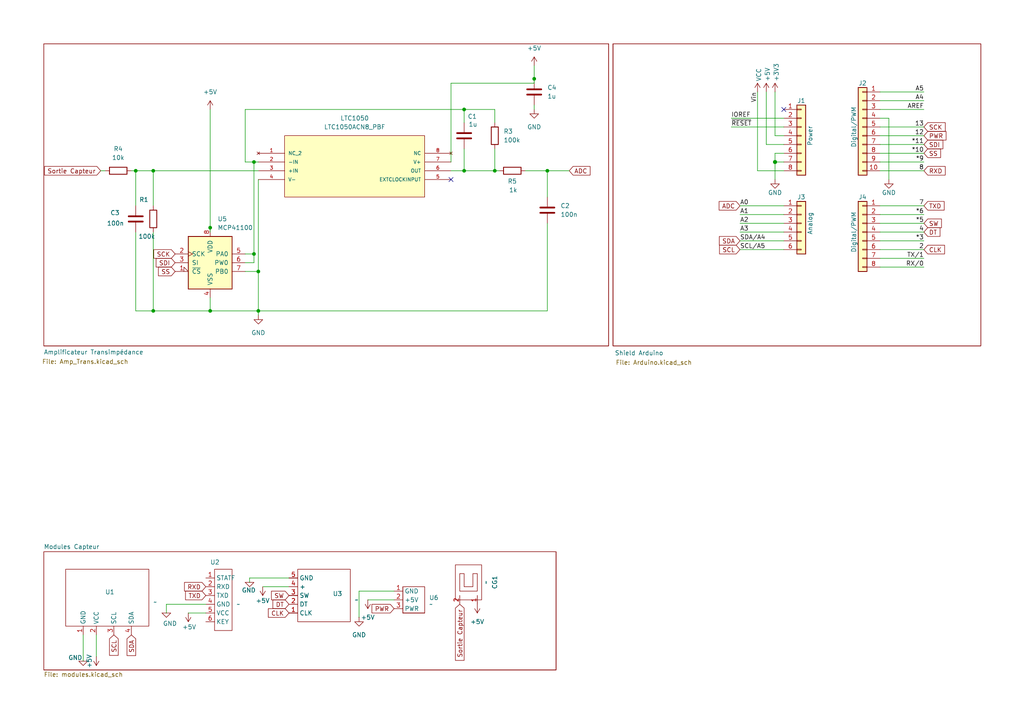
<source format=kicad_sch>
(kicad_sch (version 20250114) (generator "eeschema") (generator_version "9.0")
  (paper "A4")
  (title_block (title "Capteur Graphene Shield Arduino") (date "mar. 31 mars 2015") (company "INSA-Toulouse (DUBREUIL-HOLM-TRUONG)"))
  (lib_symbols
    (symbol "+5V_1" (power) (pin_numbers (hide yes)) (pin_names (offset 0) (hide yes))
      (property "Value" "+5V" (at 0 3.556 0))
      (symbol "+5V_1_0_1"
        (polyline (pts (xy -0.762 1.27) (xy 0 2.54)))
        (polyline (pts (xy 0 2.54) (xy 0.762 1.27)))
        (polyline (pts (xy 0 0) (xy 0 2.54)))
      )
      (symbol "+5V_1_1_1"
        (pin power_in line (at 0 0 90) (length 0) (name "~") (number "1"))
      )
    )
    (symbol "+5V_2" (power) (pin_numbers (hide yes)) (pin_names (offset 0) (hide yes))
      (property "Value" "+5V" (at 0 3.556 0))
      (symbol "+5V_2_0_1"
        (polyline (pts (xy -0.762 1.27) (xy 0 2.54)))
        (polyline (pts (xy 0 2.54) (xy 0.762 1.27)))
        (polyline (pts (xy 0 0) (xy 0 2.54)))
      )
      (symbol "+5V_2_1_1"
        (pin power_in line (at 0 0 90) (length 0) (name "~") (number "1"))
      )
    )
    (symbol "Connector_Generic:Conn_01x06" (pin_names (offset 1.016) (hide yes))
      (property "Reference" "J" (at 0 7.62 0))
      (property "Value" "Conn_01x06" (at 0 -10.16 0))
      (symbol "Conn_01x06_1_1"
        (rectangle (start -1.27 6.35) (end 1.27 -8.89) (stroke (width 0.254)) (fill (type background)))
        (rectangle (start -1.27 5.207) (end 0 4.953) (stroke (width 0.1524)))
        (rectangle (start -1.27 2.667) (end 0 2.413) (stroke (width 0.1524)))
        (rectangle (start -1.27 0.127) (end 0 -0.127) (stroke (width 0.1524)))
        (rectangle (start -1.27 -2.413) (end 0 -2.667) (stroke (width 0.1524)))
        (rectangle (start -1.27 -4.953) (end 0 -5.207) (stroke (width 0.1524)))
        (rectangle (start -1.27 -7.493) (end 0 -7.747) (stroke (width 0.1524)))
        (pin passive line (at -5.08 5.08 0) (length 3.81) (name "Pin_1") (number "1"))
        (pin passive line (at -5.08 2.54 0) (length 3.81) (name "Pin_2") (number "2"))
        (pin passive line (at -5.08 0 0) (length 3.81) (name "Pin_3") (number "3"))
        (pin passive line (at -5.08 -2.54 0) (length 3.81) (name "Pin_4") (number "4"))
        (pin passive line (at -5.08 -5.08 0) (length 3.81) (name "Pin_5") (number "5"))
        (pin passive line (at -5.08 -7.62 0) (length 3.81) (name "Pin_6") (number "6"))
      )
    )
    (symbol "Connector_Generic:Conn_01x08" (pin_names (offset 1.016) (hide yes))
      (property "Reference" "J" (at 0 10.16 0))
      (property "Value" "Conn_01x08" (at 0 -12.7 0))
      (symbol "Conn_01x08_1_1"
        (rectangle (start -1.27 8.89) (end 1.27 -11.43) (stroke (width 0.254)) (fill (type background)))
        (rectangle (start -1.27 7.747) (end 0 7.493) (stroke (width 0.1524)))
        (rectangle (start -1.27 5.207) (end 0 4.953) (stroke (width 0.1524)))
        (rectangle (start -1.27 2.667) (end 0 2.413) (stroke (width 0.1524)))
        (rectangle (start -1.27 0.127) (end 0 -0.127) (stroke (width 0.1524)))
        (rectangle (start -1.27 -2.413) (end 0 -2.667) (stroke (width 0.1524)))
        (rectangle (start -1.27 -4.953) (end 0 -5.207) (stroke (width 0.1524)))
        (rectangle (start -1.27 -7.493) (end 0 -7.747) (stroke (width 0.1524)))
        (rectangle (start -1.27 -10.033) (end 0 -10.287) (stroke (width 0.1524)))
        (pin passive line (at -5.08 7.62 0) (length 3.81) (name "Pin_1") (number "1"))
        (pin passive line (at -5.08 5.08 0) (length 3.81) (name "Pin_2") (number "2"))
        (pin passive line (at -5.08 2.54 0) (length 3.81) (name "Pin_3") (number "3"))
        (pin passive line (at -5.08 0 0) (length 3.81) (name "Pin_4") (number "4"))
        (pin passive line (at -5.08 -2.54 0) (length 3.81) (name "Pin_5") (number "5"))
        (pin passive line (at -5.08 -5.08 0) (length 3.81) (name "Pin_6") (number "6"))
        (pin passive line (at -5.08 -7.62 0) (length 3.81) (name "Pin_7") (number "7"))
        (pin passive line (at -5.08 -10.16 0) (length 3.81) (name "Pin_8") (number "8"))
      )
    )
    (symbol "Connector_Generic:Conn_01x10" (pin_names (offset 1.016) (hide yes))
      (property "Reference" "J" (at 0 12.7 0))
      (property "Value" "Conn_01x10" (at 0 -15.24 0))
      (symbol "Conn_01x10_1_1"
        (rectangle (start -1.27 11.43) (end 1.27 -13.97) (stroke (width 0.254)) (fill (type background)))
        (rectangle (start -1.27 10.287) (end 0 10.033) (stroke (width 0.1524)))
        (rectangle (start -1.27 7.747) (end 0 7.493) (stroke (width 0.1524)))
        (rectangle (start -1.27 5.207) (end 0 4.953) (stroke (width 0.1524)))
        (rectangle (start -1.27 2.667) (end 0 2.413) (stroke (width 0.1524)))
        (rectangle (start -1.27 0.127) (end 0 -0.127) (stroke (width 0.1524)))
        (rectangle (start -1.27 -2.413) (end 0 -2.667) (stroke (width 0.1524)))
        (rectangle (start -1.27 -4.953) (end 0 -5.207) (stroke (width 0.1524)))
        (rectangle (start -1.27 -7.493) (end 0 -7.747) (stroke (width 0.1524)))
        (rectangle (start -1.27 -10.033) (end 0 -10.287) (stroke (width 0.1524)))
        (rectangle (start -1.27 -12.573) (end 0 -12.827) (stroke (width 0.1524)))
        (pin passive line (at -5.08 10.16 0) (length 3.81) (name "Pin_1") (number "1"))
        (pin passive line (at -5.08 7.62 0) (length 3.81) (name "Pin_2") (number "2"))
        (pin passive line (at -5.08 5.08 0) (length 3.81) (name "Pin_3") (number "3"))
        (pin passive line (at -5.08 2.54 0) (length 3.81) (name "Pin_4") (number "4"))
        (pin passive line (at -5.08 0 0) (length 3.81) (name "Pin_5") (number "5"))
        (pin passive line (at -5.08 -2.54 0) (length 3.81) (name "Pin_6") (number "6"))
        (pin passive line (at -5.08 -5.08 0) (length 3.81) (name "Pin_7") (number "7"))
        (pin passive line (at -5.08 -7.62 0) (length 3.81) (name "Pin_8") (number "8"))
        (pin passive line (at -5.08 -10.16 0) (length 3.81) (name "Pin_9") (number "9"))
        (pin passive line (at -5.08 -12.7 0) (length 3.81) (name "Pin_10") (number "10"))
      )
    )
    (symbol "Device:C" (pin_numbers (hide yes)) (pin_names (offset 0.254))
      (property "Reference" "C" (at 0.635 2.54 0))
      (property "Value" "C" (at 0.635 -2.54 0))
      (symbol "C_0_1"
        (polyline (pts (xy -2.032 0.762) (xy 2.032 0.762)) (stroke (width 0.508)))
        (polyline (pts (xy -2.032 -0.762) (xy 2.032 -0.762)) (stroke (width 0.508)))
      )
      (symbol "C_1_1"
        (pin passive line (at 0 3.81 270) (length 2.794) (name "~") (number "1"))
        (pin passive line (at 0 -3.81 90) (length 2.794) (name "~") (number "2"))
      )
    )
    (symbol "Device:R" (pin_numbers (hide yes)) (pin_names (offset 0))
      (property "Reference" "R" (at 2.032 0 90))
      (property "Value" "R" (at 0 0 90))
      (symbol "R_0_1"
        (rectangle (start -1.016 -2.54) (end 1.016 2.54) (stroke (width 0.254)))
      )
      (symbol "R_1_1"
        (pin passive line (at 0 3.81 270) (length 1.27) (name "~") (number "1"))
        (pin passive line (at 0 -3.81 90) (length 1.27) (name "~") (number "2"))
      )
    )
    (symbol "GND_1" (power) (pin_numbers (hide yes)) (pin_names (offset 0) (hide yes))
      (property "Value" "GND" (at 0 -3.81 0))
      (symbol "GND_1_0_1"
        (polyline (pts (xy 0 0) (xy 0 -1.27) (xy 1.27 -1.27) (xy 0 -2.54) (xy -1.27 -1.27) (xy 0 -1.27)))
      )
      (symbol "GND_1_1_1"
        (pin power_in line (at 0 0 270) (length 0) (name "~") (number "1"))
      )
    )
    (symbol "LTC1050ACN8_PBF:LTC1050ACN8_PBF" (pin_names (offset 1.016))
      (property "Reference" "U" (at 23.2285 9.1237 0))
      (property "Value" "LTC1050ACN8_PBF" (at 22.6204 6.5902 0))
      (symbol "LTC1050ACN8_PBF_0_0"
        (rectangle (start 7.62 -12.7) (end 48.26 5.08) (stroke (width 0.1524)) (fill (type background)))
        (pin no_connect line (at 0 0 0) (length 7.62) (name "NC_2") (number "1"))
        (pin input line (at 0 -2.54 0) (length 7.62) (name "-IN") (number "2"))
        (pin input line (at 0 -5.08 0) (length 7.62) (name "+IN") (number "3"))
        (pin power_in line (at 0 -7.62 0) (length 7.62) (name "V-") (number "4"))
        (pin no_connect line (at 55.88 0 180) (length 7.62) (name "NC") (number "8"))
        (pin power_in line (at 55.88 -2.54 180) (length 7.62) (name "V+") (number "7"))
        (pin output line (at 55.88 -5.08 180) (length 7.62) (name "OUT") (number "6"))
        (pin input line (at 55.88 -7.62 180) (length 7.62) (name "EXTCLOCKINPUT") (number "5"))
      )
    )
    (symbol "My_Symbolic_Librairy:Capteur_graphene"
      (property "Reference" "CG" (at 0 0 0))
      (symbol "Capteur_graphene_0_1"
        (rectangle (start -6.35 3.81) (end 3.81 -3.81))
        (polyline (pts (xy -3.81 2.54) (xy 1.27 2.54) (xy 1.27 -2.54) (xy -3.81 -2.54) (xy -3.81 -1.27) (xy 0 -1.27) (xy 0 1.27) (xy -3.81 1.27) (xy -3.81 2.54)))
      )
      (symbol "Capteur_graphene_1_1"
        (pin input line (at 5.08 2.54 180) (length 2.54) (name "") (number "1"))
        (pin input line (at 5.08 -2.54 180) (length 2.54) (name "") (number "2"))
      )
    )
    (symbol "Potentiometer_Digital:MCP41100" (pin_names (offset 1.016))
      (property "Reference" "U" (at -6.35 8.89 0))
      (property "Value" "MCP41100" (at 1.27 8.89 0))
      (symbol "MCP41100_0_1"
        (rectangle (start -6.35 7.62) (end 6.35 -7.62) (stroke (width 0.254)) (fill (type background)))
      )
      (symbol "MCP41100_1_1"
        (pin passive clock (at -10.16 2.54 0) (length 3.81) (name "SCK") (number "2"))
        (pin input line (at -10.16 0 0) (length 3.81) (name "SI") (number "3"))
        (pin input input_low (at -10.16 -2.54 0) (length 3.81) (name "~{CS}") (number "1"))
        (pin power_in line (at 0 10.16 270) (length 2.54) (name "VDD") (number "8"))
        (pin power_in line (at 0 -10.16 90) (length 2.54) (name "VSS") (number "4"))
        (pin passive line (at 10.16 2.54 180) (length 3.81) (name "PA0") (number "5"))
        (pin passive line (at 10.16 0 180) (length 3.81) (name "PW0") (number "6"))
        (pin passive line (at 10.16 -2.54 180) (length 3.81) (name "PB0") (number "7"))
      )
    )
    (symbol "ServoHeader_1"
      (property "Reference" "U" (at 0 0 0))
      (symbol "ServoHeader_1_0_1"
        (rectangle (start -1.27 -1.27) (end -1.27 -8.89))
        (rectangle (start -1.27 -8.89) (end 5.08 -8.89))
        (rectangle (start 5.08 -8.89) (end -1.27 -1.27))
      )
      (symbol "ServoHeader_1_1_1"
        (pin power_in line (at -3.81 -2.54 0) (length 2.54) (name "GND") (number "1"))
        (pin power_in line (at -3.81 -5.08 0) (length 2.54) (name "+5V") (number "2"))
        (pin input line (at -3.81 -7.62 0) (length 2.54) (name "PWR") (number "3"))
      )
    )
    (symbol "Simulation_SPICE:0" (power) (pin_numbers (hide yes)) (pin_names (offset 0) (hide yes))
      (property "Value" "0" (at 0 -2.54 0))
      (symbol "0_0_1"
        (polyline (pts (xy -1.27 0) (xy 0 -1.27) (xy 1.27 0) (xy -1.27 0)))
      )
      (symbol "0_1_1"
        (pin power_in line (at 0 0 0) (length 0) (name "~") (number "1"))
      )
    )
    (symbol "power:+3V3" (power) (pin_names (offset 0))
      (property "Value" "+3V3" (at 0 3.556 0))
      (symbol "+3V3_0_1"
        (polyline (pts (xy -0.762 1.27) (xy 0 2.54)))
        (polyline (pts (xy 0 2.54) (xy 0.762 1.27)))
        (polyline (pts (xy 0 0) (xy 0 2.54)))
      )
      (symbol "+3V3_1_1"
        (pin power_in line (at 0 0 90) (length 0) (hide yes) (name "+3V3") (number "1"))
      )
    )
    (symbol "power:+5V" (power) (pin_names (offset 0))
      (property "Value" "+5V" (at 0 3.556 0))
      (symbol "+5V_0_1"
        (polyline (pts (xy -0.762 1.27) (xy 0 2.54)))
        (polyline (pts (xy 0 2.54) (xy 0.762 1.27)))
        (polyline (pts (xy 0 0) (xy 0 2.54)))
      )
      (symbol "+5V_1_1"
        (pin power_in line (at 0 0 90) (length 0) (hide yes) (name "+5V") (number "1"))
      )
    )
    (symbol "power:GND" (power) (pin_names (offset 0))
      (property "Value" "GND" (at 0 -3.81 0))
      (symbol "GND_0_1"
        (polyline (pts (xy 0 0) (xy 0 -1.27) (xy 1.27 -1.27) (xy 0 -2.54) (xy -1.27 -1.27) (xy 0 -1.27)))
      )
      (symbol "GND_1_1"
        (pin power_in line (at 0 0 270) (length 0) (hide yes) (name "GND") (number "1"))
      )
    )
    (symbol "power:VCC" (power) (pin_names (offset 0))
      (property "Value" "VCC" (at 0 3.81 0))
      (symbol "VCC_0_1"
        (polyline (pts (xy -0.762 1.27) (xy 0 2.54)))
        (polyline (pts (xy 0 2.54) (xy 0.762 1.27)))
        (polyline (pts (xy 0 0) (xy 0 2.54)))
      )
      (symbol "VCC_1_1"
        (pin power_in line (at 0 0 90) (length 0) (hide yes) (name "VCC") (number "1"))
      )
    )
    (symbol "symbol_library:BLUETOOTH"
      (property "Reference" "U" (at 0 0 0))
      (symbol "BLUETOOTH_0_1"
        (polyline (pts (xy -8.89 -2.54) (xy 8.89 -2.54) (xy 8.89 -7.62) (xy -8.89 -7.62) (xy -8.89 -2.54)))
      )
      (symbol "BLUETOOTH_1_1"
        (pin input line (at -6.35 0 270) (length 2.54) (name "KEY") (number "6"))
        (pin input line (at -3.81 0 270) (length 2.54) (name "VCC") (number "5"))
        (pin input line (at -1.27 0 270) (length 2.54) (name "GND") (number "4"))
        (pin input line (at 1.27 0 270) (length 2.54) (name "TXD") (number "3"))
        (pin input line (at 3.81 0 270) (length 2.54) (name "RXD") (number "2"))
        (pin input line (at 6.35 0 270) (length 2.54) (name "STATF") (number "1"))
      )
    )
    (symbol "symbol_library:ENCODEUR_ROTATION"
      (property "Reference" "U" (at 0 0 0))
      (symbol "ENCODEUR_ROTATION_0_1"
        (rectangle (start -7.62 -2.54) (end 7.62 -17.78))
      )
      (symbol "ENCODEUR_ROTATION_1_1"
        (pin input line (at -5.08 0 270) (length 2.54) (name "CLK") (number "1"))
        (pin input line (at -2.54 0 270) (length 2.54) (name "DT") (number "2"))
        (pin input line (at 0 0 270) (length 2.54) (name "SW") (number "3"))
        (pin input line (at 2.54 0 270) (length 2.54) (name "+") (number "4"))
        (pin input line (at 5.08 0 270) (length 2.54) (name "GND") (number "5"))
      )
    )
    (symbol "symbol_library:OLED"
      (property "Reference" "U" (at 0 0 0))
      (symbol "OLED_0_1"
        (rectangle (start -11.43 0) (end 12.7 16.51))
      )
      (symbol "OLED_1_1"
        (pin input line (at -6.35 -2.54 90) (length 2.54) (name "GND") (number "1"))
        (pin input line (at -2.54 -2.54 90) (length 2.54) (name "VCC") (number "2"))
        (pin input line (at 2.54 -2.54 90) (length 2.54) (name "SCL") (number "3"))
        (pin input line (at 7.62 -2.54 90) (length 2.54) (name "SDA") (number "4"))
      )
    )
  )
  (junction (at 73.66 46.99))
  (junction (at 44.45 90.17))
  (junction (at 74.93 90.17))
  (junction (at 73.66 73.66))
  (junction (at 154.94 22.86))
  (junction (at 224.79 46.99) (diameter 1.016))
  (junction (at 39.37 49.53))
  (junction (at 74.93 78.74))
  (junction (at 143.51 49.53))
  (junction (at 134.62 31.75))
  (junction (at 158.75 49.53))
  (junction (at 44.45 49.53))
  (junction (at 60.96 90.17))
  (junction (at 60.96 66.04))
  (junction (at 134.62 49.53))
  (no_connect (at 130.81 52.07))
  (no_connect (at 227.33 31.75))
  (wire (pts (xy 255.27 77.47) (xy 267.97 77.47)))
  (wire (pts (xy 44.45 49.53) (xy 74.93 49.53)))
  (wire (pts (xy 143.51 35.56) (xy 143.51 31.75)))
  (wire (pts (xy 154.94 31.75) (xy 154.94 30.48)))
  (wire (pts (xy 104.14 179.07) (xy 104.14 171.45)))
  (wire (pts (xy 104.14 171.45) (xy 114.3 171.45)))
  (wire (pts (xy 60.96 90.17) (xy 74.93 90.17)))
  (wire (pts (xy 255.27 26.67) (xy 267.97 26.67)))
  (wire (pts (xy 71.12 76.2) (xy 73.66 76.2)))
  (wire (pts (xy 224.79 44.45) (xy 224.79 46.99)))
  (wire (pts (xy 74.93 90.17) (xy 158.75 90.17)))
  (wire (pts (xy 214.63 72.39) (xy 227.33 72.39)))
  (wire (pts (xy 106.68 173.99) (xy 114.3 173.99)))
  (wire (pts (xy 39.37 49.53) (xy 38.1 49.53)))
  (wire (pts (xy 224.79 46.99) (xy 224.79 52.07)))
  (wire (pts (xy 134.62 43.18) (xy 134.62 49.53)))
  (wire (pts (xy 143.51 43.18) (xy 143.51 49.53)))
  (wire (pts (xy 224.79 39.37) (xy 227.33 39.37)))
  (wire (pts (xy 44.45 90.17) (xy 60.96 90.17)))
  (wire (pts (xy 74.93 52.07) (xy 74.93 78.74)))
  (wire (pts (xy 143.51 49.53) (xy 144.78 49.53)))
  (wire (pts (xy 222.25 41.91) (xy 227.33 41.91)))
  (wire (pts (xy 158.75 49.53) (xy 158.75 57.15)))
  (wire (pts (xy 27.94 184.15) (xy 27.94 190.5)))
  (wire (pts (xy 222.25 26.67) (xy 222.25 41.91)))
  (wire (pts (xy 74.93 90.17) (xy 74.93 91.44)))
  (wire (pts (xy 71.12 31.75) (xy 71.12 46.99)))
  (wire (pts (xy 59.69 177.8) (xy 54.61 177.8)))
  (wire (pts (xy 255.27 36.83) (xy 267.97 36.83)))
  (wire (pts (xy 224.79 26.67) (xy 224.79 39.37)))
  (wire (pts (xy 255.27 59.69) (xy 267.97 59.69)))
  (wire (pts (xy 227.33 59.69) (xy 214.63 59.69)))
  (wire (pts (xy 255.27 39.37) (xy 267.97 39.37)))
  (wire (pts (xy 39.37 67.31) (xy 39.37 90.17)))
  (wire (pts (xy 73.66 73.66) (xy 73.66 46.99)))
  (wire (pts (xy 255.27 41.91) (xy 267.97 41.91)))
  (wire (pts (xy 255.27 62.23) (xy 267.97 62.23)))
  (wire (pts (xy 39.37 90.17) (xy 44.45 90.17)))
  (wire (pts (xy 154.94 24.13) (xy 154.94 22.86)))
  (wire (pts (xy 44.45 67.31) (xy 44.45 90.17)))
  (wire (pts (xy 76.2 170.18) (xy 83.82 170.18)))
  (wire (pts (xy 74.93 46.99) (xy 73.66 46.99)))
  (wire (pts (xy 255.27 46.99) (xy 267.97 46.99)))
  (wire (pts (xy 48.26 175.26) (xy 48.26 177.8)))
  (wire (pts (xy 154.94 19.05) (xy 154.94 22.86)))
  (wire (pts (xy 60.96 31.75) (xy 60.96 66.04)))
  (wire (pts (xy 255.27 67.31) (xy 267.97 67.31)))
  (wire (pts (xy 158.75 49.53) (xy 165.1 49.53)))
  (wire (pts (xy 73.66 76.2) (xy 73.66 73.66)))
  (wire (pts (xy 134.62 31.75) (xy 71.12 31.75)))
  (wire (pts (xy 212.09 34.29) (xy 227.33 34.29)))
  (wire (pts (xy 257.81 34.29) (xy 257.81 52.07)))
  (wire (pts (xy 73.66 46.99) (xy 71.12 46.99)))
  (wire (pts (xy 130.81 46.99) (xy 130.81 24.13)))
  (wire (pts (xy 134.62 31.75) (xy 143.51 31.75)))
  (wire (pts (xy 71.12 73.66) (xy 73.66 73.66)))
  (wire (pts (xy 255.27 31.75) (xy 267.97 31.75)))
  (wire (pts (xy 44.45 49.53) (xy 44.45 59.69)))
  (wire (pts (xy 74.93 78.74) (xy 74.93 90.17)))
  (wire (pts (xy 60.96 67.31) (xy 60.96 66.04)))
  (wire (pts (xy 227.33 64.77) (xy 214.63 64.77)))
  (wire (pts (xy 212.09 36.83) (xy 227.33 36.83)))
  (wire (pts (xy 227.33 46.99) (xy 224.79 46.99)))
  (wire (pts (xy 134.62 49.53) (xy 143.51 49.53)))
  (wire (pts (xy 39.37 49.53) (xy 39.37 59.69)))
  (wire (pts (xy 227.33 49.53) (xy 219.71 49.53)))
  (wire (pts (xy 60.96 86.36) (xy 60.96 90.17)))
  (wire (pts (xy 214.63 62.23) (xy 227.33 62.23)))
  (wire (pts (xy 255.27 44.45) (xy 267.97 44.45)))
  (wire (pts (xy 255.27 34.29) (xy 257.81 34.29)))
  (wire (pts (xy 227.33 44.45) (xy 224.79 44.45)))
  (wire (pts (xy 134.62 35.56) (xy 134.62 31.75)))
  (wire (pts (xy 255.27 64.77) (xy 267.97 64.77)))
  (wire (pts (xy 72.39 167.64) (xy 83.82 167.64)))
  (wire (pts (xy 214.63 67.31) (xy 227.33 67.31)))
  (wire (pts (xy 59.69 175.26) (xy 48.26 175.26)))
  (wire (pts (xy 130.81 24.13) (xy 154.94 24.13)))
  (wire (pts (xy 72.39 167.64) (xy 72.39 168.91)))
  (wire (pts (xy 255.27 29.21) (xy 267.97 29.21)))
  (wire (pts (xy 255.27 72.39) (xy 267.97 72.39)))
  (wire (pts (xy 255.27 69.85) (xy 267.97 69.85)))
  (wire (pts (xy 30.48 49.53) (xy 29.21 49.53)))
  (wire (pts (xy 71.12 78.74) (xy 74.93 78.74)))
  (wire (pts (xy 130.81 49.53) (xy 134.62 49.53)))
  (wire (pts (xy 152.4 49.53) (xy 158.75 49.53)))
  (wire (pts (xy 24.13 191.77) (xy 24.13 184.15)))
  (wire (pts (xy 158.75 90.17) (xy 158.75 64.77)))
  (wire (pts (xy 255.27 74.93) (xy 267.97 74.93)))
  (wire (pts (xy 219.71 49.53) (xy 219.71 26.67)))
  (wire (pts (xy 39.37 49.53) (xy 44.45 49.53)))
  (wire (pts (xy 227.33 69.85) (xy 214.63 69.85)))
  (wire (pts (xy 255.27 49.53) (xy 267.97 49.53)))
  (label "RX{slash}0" (at 267.97 77.47 180))
  (label "A2" (at 214.63 64.77 0))
  (label "4" (at 267.97 67.31 180))
  (label "2" (at 267.97 72.39 180))
  (label "A3" (at 214.63 67.31 0))
  (label "13" (at 267.97 36.83 180))
  (label "12" (at 267.97 39.37 180))
  (label "~{RESET}" (at 212.09 36.83 0))
  (label "*10" (at 267.97 44.45 180))
  (label "7" (at 267.97 59.69 180))
  (label "A4" (at 267.97 29.21 180))
  (label "8" (at 267.97 49.53 180))
  (label "*11" (at 267.97 41.91 180))
  (label "*3" (at 267.97 69.85 180))
  (label "A1" (at 214.63 62.23 0))
  (label "TX{slash}1" (at 267.97 74.93 180))
  (label "A0" (at 214.63 59.69 0))
  (label "AREF" (at 267.97 31.75 180))
  (label "Vin" (at 219.71 26.67 270))
  (label "*6" (at 267.97 62.23 180))
  (label "A5" (at 267.97 26.67 180))
  (label "*9" (at 267.97 46.99 180))
  (label "*5" (at 267.97 64.77 180))
  (label "IOREF" (at 212.09 34.29 0))
  (label "SDA{slash}A4" (at 214.63 69.85 0))
  (label "SCL{slash}A5" (at 214.63 72.39 0))
  (global_label "SS" (shape input) (at 267.97 44.45 0) (property "Intersheetrefs" "${INTERSHEET_REFS}" (effects (hide yes))))
  (global_label "SDI" (shape input) (at 50.8 76.2 180) (property "Intersheetrefs" "${INTERSHEET_REFS}" (effects (hide yes))))
  (global_label "RXD" (shape input) (at 267.97 49.53 0) (property "Intersheetrefs" "${INTERSHEET_REFS}" (effects (hide yes))))
  (global_label "SDA" (shape input) (at 214.63 69.85 180) (property "Intersheetrefs" "${INTERSHEET_REFS}" (effects (hide yes))))
  (global_label "Sortie Capteur" (shape input) (at 133.35 175.26 270) (property "Intersheetrefs" "${INTERSHEET_REFS}" (effects (hide yes))))
  (global_label "SCK" (shape input) (at 50.8 73.66 180) (property "Intersheetrefs" "${INTERSHEET_REFS}" (effects (hide yes))))
  (global_label "RXD" (shape input) (at 59.69 170.18 180) (property "Intersheetrefs" "${INTERSHEET_REFS}" (effects (hide yes))))
  (global_label "DT" (shape input) (at 267.97 67.31 0) (property "Intersheetrefs" "${INTERSHEET_REFS}" (effects (hide yes))))
  (global_label "Sortie Capteur" (shape input) (at 29.21 49.53 180) (property "Intersheetrefs" "${INTERSHEET_REFS}" (effects (hide yes))))
  (global_label "SDI" (shape input) (at 267.97 41.91 0) (property "Intersheetrefs" "${INTERSHEET_REFS}" (effects (hide yes))))
  (global_label "TXD" (shape input) (at 59.69 172.72 180) (property "Intersheetrefs" "${INTERSHEET_REFS}" (effects (hide yes))))
  (global_label "SS" (shape input) (at 50.8 78.74 180) (property "Intersheetrefs" "${INTERSHEET_REFS}" (effects (hide yes))))
  (global_label "SW" (shape input) (at 267.97 64.77 0) (property "Intersheetrefs" "${INTERSHEET_REFS}" (effects (hide yes))))
  (global_label "SDA" (shape input) (at 38.1 184.15 270) (property "Intersheetrefs" "${INTERSHEET_REFS}" (effects (hide yes))))
  (global_label "SW" (shape input) (at 83.82 172.72 180) (property "Intersheetrefs" "${INTERSHEET_REFS}" (effects (hide yes))))
  (global_label "ADC" (shape input) (at 214.63 59.69 180) (property "Intersheetrefs" "${INTERSHEET_REFS}" (effects (hide yes))))
  (global_label "DT" (shape input) (at 83.82 175.26 180) (property "Intersheetrefs" "${INTERSHEET_REFS}" (effects (hide yes))))
  (global_label "CLK" (shape input) (at 267.97 72.39 0) (property "Intersheetrefs" "${INTERSHEET_REFS}" (effects (hide yes))))
  (global_label "SCK" (shape input) (at 267.97 36.83 0) (property "Intersheetrefs" "${INTERSHEET_REFS}" (effects (hide yes))))
  (global_label "SCL" (shape input) (at 214.63 72.39 180) (property "Intersheetrefs" "${INTERSHEET_REFS}" (effects (hide yes))))
  (global_label "PWR" (shape input) (at 267.97 39.37 0) (property "Intersheetrefs" "${INTERSHEET_REFS}" (effects (hide yes))))
  (global_label "TXD" (shape input) (at 267.97 59.69 0) (property "Intersheetrefs" "${INTERSHEET_REFS}" (effects (hide yes))))
  (global_label "PWR" (shape input) (at 114.3 176.53 180) (property "Intersheetrefs" "${INTERSHEET_REFS}" (effects (hide yes))))
  (global_label "SCL" (shape input) (at 33.02 184.15 270) (property "Intersheetrefs" "${INTERSHEET_REFS}" (effects (hide yes))))
  (global_label "ADC" (shape input) (at 165.1 49.53 0) (property "Intersheetrefs" "${INTERSHEET_REFS}" (effects (hide yes))))
  (global_label "CLK" (shape input) (at 83.82 177.8 180) (property "Intersheetrefs" "${INTERSHEET_REFS}" (effects (hide yes))))
  (symbol (lib_id "Connector_Generic:Conn_01x08") (at 232.41 39.37 0) (unit 1)
    (property "Reference" "J1" (at 232.41 29.21 0))
    (property "Value" "Power" (at 234.95 39.37 90))
    (property "Footprint" "Connector_PinSocket_2.54mm:PinSocket_1x08_P2.54mm_Vertical" (effects (hide yes)))
  )
  (symbol (lib_id "power:+3V3") (at 224.79 26.67 0) (unit 1)
    (property "Reference" "#PWR03" (effects (hide yes)))
    (property "Value" "+3V3" (at 225.171 23.622 90) (effects (justify left)))
  )
  (symbol (lib_id "power:+5V") (at 222.25 26.67 0) (unit 1)
    (property "Reference" "#PWR02" (effects (hide yes)))
    (property "Value" "+5V" (at 222.6056 23.622 90) (effects (justify left)))
  )
  (symbol (lib_id "power:GND") (at 224.79 52.07 0) (unit 1)
    (property "Reference" "#PWR04" (effects (hide yes)))
    (property "Value" "GND" (at 224.79 55.88 0))
  )
  (symbol (lib_id "Connector_Generic:Conn_01x10") (at 250.19 36.83 0) (mirror y) (unit 1)
    (property "Reference" "J2" (at 250.19 24.13 0))
    (property "Value" "Digital/PWM" (at 247.65 36.83 90))
    (property "Footprint" "Connector_PinSocket_2.54mm:PinSocket_1x10_P2.54mm_Vertical" (effects (hide yes)))
  )
  (symbol (lib_id "power:GND") (at 257.81 52.07 0) (unit 1)
    (property "Reference" "#PWR05" (effects (hide yes)))
    (property "Value" "GND" (at 257.81 55.88 0))
  )
  (symbol (lib_id "Connector_Generic:Conn_01x06") (at 232.41 64.77 0) (unit 1)
    (property "Reference" "J3" (at 232.41 57.15 0))
    (property "Value" "Analog" (at 234.95 64.77 90))
    (property "Footprint" "Connector_PinSocket_2.54mm:PinSocket_1x06_P2.54mm_Vertical" (effects (hide yes)))
  )
  (symbol (lib_id "Connector_Generic:Conn_01x08") (at 250.19 67.31 0) (mirror y) (unit 1)
    (property "Reference" "J4" (at 250.19 57.15 0))
    (property "Value" "Digital/PWM" (at 247.65 67.31 90))
    (property "Footprint" "Connector_PinSocket_2.54mm:PinSocket_1x08_P2.54mm_Vertical" (effects (hide yes)))
  )
  (symbol (lib_name "GND_1") (lib_id "power:GND") (at 104.14 179.07 0) (unit 1)
    (property "Reference" "#PWR015" (effects (hide yes)))
    (property "Value" "GND" (at 104.14 184.15 0))
    (property "Description" "Power symbol creates a global label with name \"GND\" , ground" (effects (hide yes)))
  )
  (symbol (lib_id "Device:C") (at 154.94 26.67 180) (unit 1)
    (property "Reference" "C4" (at 158.75 25.3999 0) (effects (justify right)))
    (property "Value" "1u" (at 158.75 27.9399 0) (effects (justify right)))
    (property "Description" "Unpolarized capacitor" (effects (hide yes)))
  )
  (symbol (lib_id "power:+5V") (at 138.43 175.26 180) (unit 1)
    (property "Reference" "#PWR09" (effects (hide yes)))
    (property "Value" "+5V" (at 138.43 180.34 0))
    (property "Description" "Power symbol creates a global label with name \"+5V\"" (effects (hide yes)))
  )
  (symbol (lib_id "Device:C") (at 134.62 39.37 0) (unit 1)
    (property "Reference" "C1" (at 135.636 33.782 0) (effects (justify left)))
    (property "Value" "1u" (at 135.89 36.068 0) (effects (justify left)))
    (property "Footprint" "Capacitor_THT:C_Rect_L7.2mm_W5.5mm_P5.00mm_FKS2_FKP2_MKS2_MKP2" (effects (hide yes)))
    (property "Description" "Unpolarized capacitor" (effects (hide yes)))
  )
  (symbol (lib_id "Device:C") (at 158.75 60.96 0) (unit 1)
    (property "Reference" "C2" (at 162.56 59.6899 0) (effects (justify left)))
    (property "Value" "100n" (at 162.56 62.2299 0) (effects (justify left)))
    (property "Footprint" "Capacitor_THT:C_Disc_D3.0mm_W1.6mm_P2.50mm" (effects (hide yes)))
    (property "Description" "Unpolarized capacitor" (effects (hide yes)))
  )
  (symbol (lib_name "ServoHeader_1") (lib_id "My_Symbolic_Librairy:ServoHeader") (at 118.11 168.91 0) (unit 1)
    (property "Reference" "U6" (at 124.46 173.3549 0) (effects (justify left)))
    (property "Value" "~" (at 124.46 175.26 0) (effects (justify left)))
    (property "Footprint" "Sensor_Current:Allegro_SIP-3" (effects (hide yes)))
  )
  (symbol (lib_id "Device:R") (at 34.29 49.53 90) (unit 1)
    (property "Reference" "R4" (at 34.29 43.18 90))
    (property "Value" "10k" (at 34.29 45.72 90))
    (property "Footprint" "Resistor_THT:R_Axial_DIN0204_L3.6mm_D1.6mm_P5.08mm_Horizontal" (effects (hide yes)))
    (property "Description" "Resistor" (effects (hide yes)))
  )
  (symbol (lib_id "symbol_library:BLUETOOTH") (at 59.69 173.99 90) (unit 1)
    (property "Reference" "U2" (at 60.96 163.068 90) (effects (justify right)))
    (property "Value" "~" (at 68.58 175.26 90) (effects (justify right)))
    (property "Footprint" "emprente:BLUETOOTH2" (effects (hide yes)))
  )
  (symbol (lib_id "symbol_library:ENCODEUR_ROTATION") (at 83.82 172.72 90) (unit 1)
    (property "Reference" "U3" (at 96.52 172.212 90) (effects (justify right)))
    (property "Value" "~" (at 102.87 173.99 90) (effects (justify right)))
    (property "Footprint" "emprente:ENCODEUR ROTATION" (effects (hide yes)))
  )
  (symbol (lib_id "Simulation_SPICE:0") (at 24.13 191.77 0) (unit 1)
    (property "Reference" "#GND01" (effects (hide yes)))
    (property "Value" "GND" (at 21.844 190.754 0))
    (property "Datasheet" "https://ngspice.sourceforge.io/docs/ngspice-html-manual/manual.xhtml#subsec_Circuit_elements__device" (effects (hide yes)))
    (property "Description" "0V reference potential for simulation" (effects (hide yes)))
  )
  (symbol (lib_id "Potentiometer_Digital:MCP41100") (at 60.96 76.2 0) (unit 1)
    (property "Reference" "U5" (at 63.1033 63.5 0) (effects (justify left)))
    (property "Value" "MCP41100" (at 63.1033 66.04 0) (effects (justify left)))
    (property "Footprint" "My_footprints_Librairy:MCP4110" (effects (hide yes)))
    (property "Datasheet" "http://ww1.microchip.com/downloads/en/DeviceDoc/11195c.pdf" (effects (hide yes)))
    (property "Description" "Single Digital Potentiometer, SPI interface, 256 taps, 100 kohm" (effects (hide yes)))
  )
  (symbol (lib_id "LTC1050ACN8_PBF:LTC1050ACN8_PBF") (at 74.93 44.45 0) (unit 1)
    (property "Reference" "LTC1050" (at 102.87 34.29 0))
    (property "Value" "LTC1050ACN8_PBF" (at 102.87 36.83 0))
    (property "Footprint" "LTC1050ACN8_PBF:PDIP-8_N" (effects (hide yes)))
    (property "MF" "Analog Devices" (effects (hide yes)))
    (property "VENDOR" "Linear Technology" (effects (hide yes)))
    (property "Description_1" "LTC1050 - Precision Zero-Drift Operational Amplifier with Internal Capacitors" (effects (hide yes)))
    (property "COPYRIGHT" "Copyright C 2016 Accelerated Designs. All rights reserved" (effects (hide yes)))
    (property "Package" "PDIP-8 Linear Technology" (effects (hide yes)))
    (property "Price" "None" (effects (hide yes)))
    (property "Check_prices" "https://www.snapeda.com/parts/LTC1050ACN8%23PBF/Analog+Devices/view-part/?ref=eda" (effects (hide yes)))
    (property "SnapEDA_Link" "https://www.snapeda.com/parts/LTC1050ACN8%23PBF/Analog+Devices/view-part/?ref=snap" (effects (hide yes)))
    (property "MP" "LTC1050ACN8#PBF" (effects (hide yes)))
    (property "Availability" "In Stock" (effects (hide yes)))
    (property "MANUFACTURER_PART_NUMBER" "ltc1050acn8" (effects (hide yes)))
  )
  (symbol (lib_name "+5V_2") (lib_id "power:+5V") (at 106.68 173.99 180) (unit 1)
    (property "Reference" "#PWR014" (effects (hide yes)))
    (property "Value" "+5V" (at 106.68 179.07 0))
    (property "Description" "Power symbol creates a global label with name \"+5V\"" (effects (hide yes)))
  )
  (symbol (lib_name "+5V_1") (lib_id "power:+5V") (at 54.61 177.8 180) (unit 1)
    (property "Reference" "#PWR07" (effects (hide yes)))
    (property "Value" "+5V" (at 52.832 181.864 0) (effects (justify right)))
    (property "Description" "Power symbol creates a global label with name \"+5V\"" (effects (hide yes)))
  )
  (symbol (lib_id "power:VCC") (at 219.71 26.67 0) (unit 1)
    (property "Reference" "#PWR01" (effects (hide yes)))
    (property "Value" "VCC" (at 220.091 23.622 90) (effects (justify left)))
  )
  (symbol (lib_id "symbol_library:OLED") (at 30.48 181.61 0) (unit 1)
    (property "Reference" "U1" (at 30.48 171.704 0) (effects (justify left)))
    (property "Value" "~" (at 44.45 174.625 0) (effects (justify left)))
    (property "Footprint" "emprente:SIP-4" (effects (hide yes)))
  )
  (symbol (lib_id "Device:R") (at 143.51 39.37 180) (unit 1)
    (property "Reference" "R3" (at 146.05 38.0999 0) (effects (justify right)))
    (property "Value" "100k" (at 146.05 40.6399 0) (effects (justify right)))
    (property "Footprint" "Resistor_THT:R_Axial_DIN0204_L3.6mm_D1.6mm_P5.08mm_Horizontal" (effects (hide yes)))
    (property "Description" "Resistor" (effects (hide yes)))
  )
  (symbol (lib_id "power:+5V") (at 154.94 19.05 0) (unit 1)
    (property "Reference" "#PWR012" (effects (hide yes)))
    (property "Value" "+5V" (at 154.94 13.97 0))
    (property "Description" "Power symbol creates a global label with name \"+5V\"" (effects (hide yes)))
  )
  (symbol (lib_id "Simulation_SPICE:0") (at 48.26 177.8 0) (unit 1)
    (property "Reference" "#GND02" (effects (hide yes)))
    (property "Value" "GND" (at 47.244 180.848 0) (effects (justify left)))
    (property "Datasheet" "https://ngspice.sourceforge.io/docs/ngspice-html-manual/manual.xhtml#subsec_Circuit_elements__device" (effects (hide yes)))
    (property "Description" "0V reference potential for simulation" (effects (hide yes)))
  )
  (symbol (lib_id "Simulation_SPICE:0") (at 72.39 168.91 0) (unit 1)
    (property "Reference" "#GND03" (effects (hide yes)))
    (property "Value" "GND" (at 70.104 171.196 0) (effects (justify left)))
    (property "Datasheet" "https://ngspice.sourceforge.io/docs/ngspice-html-manual/manual.xhtml#subsec_Circuit_elements__device" (effects (hide yes)))
    (property "Description" "0V reference potential for simulation" (effects (hide yes)))
  )
  (symbol (lib_name "+5V_1") (lib_id "power:+5V") (at 76.2 170.18 180) (unit 1)
    (property "Reference" "#PWR08" (effects (hide yes)))
    (property "Value" "+5V" (at 76.2 174.244 0))
    (property "Description" "Power symbol creates a global label with name \"+5V\"" (effects (hide yes)))
  )
  (symbol (lib_id "power:GND") (at 74.93 91.44 0) (unit 1)
    (property "Reference" "#PWR010" (effects (hide yes)))
    (property "Value" "GND" (at 74.93 96.52 0))
    (property "Description" "Power symbol creates a global label with name \"GND\" , ground" (effects (hide yes)))
  )
  (symbol (lib_id "Device:R") (at 148.59 49.53 90) (unit 1)
    (property "Reference" "R5" (at 148.59 52.578 90))
    (property "Value" "1k" (at 148.844 55.118 90))
    (property "Footprint" "Resistor_THT:R_Axial_DIN0204_L3.6mm_D1.6mm_P5.08mm_Horizontal" (effects (hide yes)))
    (property "Description" "Resistor" (effects (hide yes)))
  )
  (symbol (lib_name "+5V_1") (lib_id "power:+5V") (at 27.94 190.5 180) (unit 1)
    (property "Reference" "#PWR06" (effects (hide yes)))
    (property "Value" "+5V" (at 25.908 189.738 90) (effects (justify left)))
    (property "Description" "Power symbol creates a global label with name \"+5V\"" (effects (hide yes)))
  )
  (symbol (lib_id "My_Symbolic_Librairy:Capteur_graphene") (at 135.89 170.18 270) (unit 1)
    (property "Reference" "CG1" (at 143.51 168.91 0))
    (property "Value" "~" (at 140.97 168.91 0))
    (property "Footprint" "My_footprints_Librairy:SIP-2" (effects (hide yes)))
  )
  (symbol (lib_id "Device:C") (at 39.37 63.5 180) (unit 1)
    (property "Reference" "C3" (at 32.004 61.722 0) (effects (justify right)))
    (property "Value" "100n" (at 30.988 64.77 0) (effects (justify right)))
    (property "Footprint" "Capacitor_THT:C_Disc_D3.0mm_W1.6mm_P2.50mm" (effects (hide yes)))
    (property "Description" "Unpolarized capacitor" (effects (hide yes)))
  )
  (symbol (lib_id "power:GND") (at 154.94 31.75 0) (unit 1)
    (property "Reference" "#PWR011" (effects (hide yes)))
    (property "Value" "GND" (at 154.94 36.83 0))
    (property "Description" "Power symbol creates a global label with name \"GND\" , ground" (effects (hide yes)))
  )
  (symbol (lib_id "power:+5V") (at 60.96 31.75 0) (unit 1)
    (property "Reference" "#PWR013" (effects (hide yes)))
    (property "Value" "+5V" (at 60.96 26.67 0))
    (property "Description" "Power symbol creates a global label with name \"+5V\"" (effects (hide yes)))
  )
  (symbol (lib_id "Device:R") (at 44.45 63.5 180) (unit 1)
    (property "Reference" "R1" (at 40.386 57.912 0) (effects (justify right)))
    (property "Value" "100k" (at 40.132 68.58 0) (effects (justify right)))
    (property "Footprint" "Resistor_THT:R_Axial_DIN0204_L3.6mm_D1.6mm_P5.08mm_Horizontal" (effects (hide yes)))
    (property "Description" "Resistor" (effects (hide yes)))
  )
  (sheet (at 12.7 160.02) (size 148.59 34.29) (stroke (width 0.1524))
    (property "Sheetname" "Modules Capteur" (at 12.7 159.3084 0) (effects (justify left bottom)))
    (property "Sheetfile" "modules.kicad_sch" (at 12.7 194.8946 0) (effects (justify left top)))
  )
  (sheet (at 12.7 12.7) (size 163.83 87.63) (stroke (width 0.1524))
    (property "Sheetname" "Amplificateur Transimpédance" (at 12.7 102.87 0) (effects (justify left bottom)))
    (property "Sheetfile" "Amp_Trans.kicad_sch" (at 12.192 104.14 0) (effects (justify left top)))
  )
  (sheet (at 177.8 12.7) (size 106.68 87.63) (stroke (width 0.1524))
    (property "Sheetname" "Shield Arduino" (at 178.308 103.124 0) (effects (justify left bottom)))
    (property "Sheetfile" "Arduino.kicad_sch" (at 178.562 104.394 0) (effects (justify left top)))
  )
)
</source>
